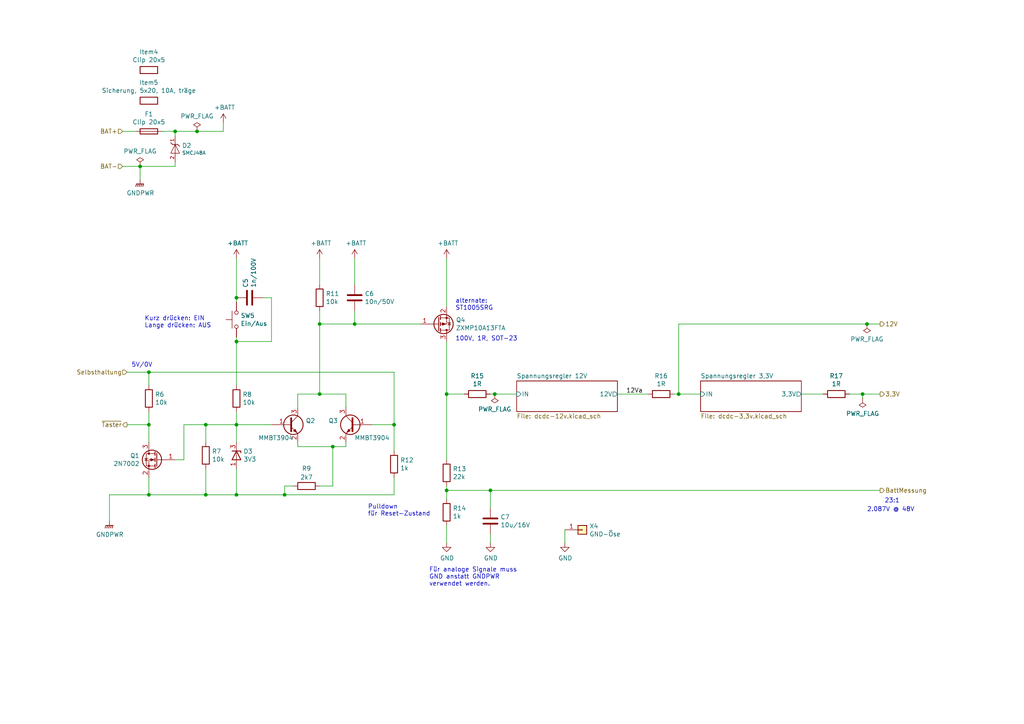
<source format=kicad_sch>
(kicad_sch (version 20211123) (generator eeschema)
  (paper "A4")
  (title_block (title "HTL Lötregler Mini") (date "2023-03-01") (rev "22.0.0") (company "HTL Steyr") (comment 1 "Prof. Karl Zeilhofer et al."))
  (lib_symbols
    (symbol "Connector_Generic:Conn_01x01" (pin_names (offset 1.016) hide)
      (property "Reference" "J" (at 0 2.54 0))
      (property "Value" "Conn_01x01" (at 0 -2.54 0))
      (symbol "Conn_01x01_1_1"
        (rectangle (start -1.27 0.127) (end 0 -0.127) (stroke (width 0.1524)))
        (rectangle (start -1.27 1.27) (end 1.27 -1.27) (stroke (width 0.254)) (fill (type background)))
        (pin passive line (at -5.08 0 0) (length 3.81) (name "Pin_1") (number "1"))
      )
    )
    (symbol "Device:C" (pin_numbers hide) (pin_names (offset 0.254))
      (property "Reference" "C" (at 0.635 2.54 0))
      (property "Value" "C" (at 0.635 -2.54 0))
      (symbol "C_0_1"
        (polyline (pts (xy -2.032 -0.762) (xy 2.032 -0.762)) (stroke (width 0.508)))
        (polyline (pts (xy -2.032 0.762) (xy 2.032 0.762)) (stroke (width 0.508)))
      )
      (symbol "C_1_1"
        (pin passive line (at 0 3.81 270) (length 2.794) (name "~") (number "1"))
        (pin passive line (at 0 -3.81 90) (length 2.794) (name "~") (number "2"))
      )
    )
    (symbol "Device:Fuse" (pin_numbers hide) (pin_names (offset 0))
      (property "Reference" "F" (at 2.032 0 90))
      (property "Value" "Fuse" (at -1.905 0 90))
      (symbol "Fuse_0_1"
        (rectangle (start -0.762 -2.54) (end 0.762 2.54) (stroke (width 0.254)))
        (polyline (pts (xy 0 2.54) (xy 0 -2.54)))
      )
      (symbol "Fuse_1_1"
        (pin passive line (at 0 3.81 270) (length 1.27) (name "~") (number "1"))
        (pin passive line (at 0 -3.81 90) (length 1.27) (name "~") (number "2"))
      )
    )
    (symbol "Device:R" (pin_numbers hide) (pin_names (offset 0))
      (property "Reference" "R" (at 2.032 0 90))
      (property "Value" "R" (at 0 0 90))
      (symbol "R_0_1"
        (rectangle (start -1.016 -2.54) (end 1.016 2.54) (stroke (width 0.254)))
      )
      (symbol "R_1_1"
        (pin passive line (at 0 3.81 270) (length 1.27) (name "~") (number "1"))
        (pin passive line (at 0 -3.81 90) (length 1.27) (name "~") (number "2"))
      )
    )
    (symbol "Switch:SW_Push" (pin_numbers hide) (pin_names (offset 1.016) hide)
      (property "Reference" "SW" (at 1.27 2.54 0))
      (property "Value" "SW_Push" (at 0 -1.524 0))
      (symbol "SW_Push_0_1"
        (circle (center -2.032 0) (radius 0.508))
        (polyline (pts (xy 0 1.27) (xy 0 3.048)))
        (polyline (pts (xy 2.54 1.27) (xy -2.54 1.27)))
        (circle (center 2.032 0) (radius 0.508))
        (pin passive line (at -5.08 0 0) (length 2.54) (name "1") (number "1"))
        (pin passive line (at 5.08 0 180) (length 2.54) (name "2") (number "2"))
      )
    )
    (symbol "Transistor_BJT:MMBT3904" (pin_names (offset 0) hide)
      (property "Reference" "Q" (at 5.08 1.905 0))
      (property "Value" "MMBT3904" (at 5.08 0 0))
      (symbol "MMBT3904_0_1"
        (polyline (pts (xy 0.635 0.635) (xy 2.54 2.54)))
        (polyline (pts (xy 0.635 -0.635) (xy 2.54 -2.54) (xy 2.54 -2.54)))
        (polyline (pts (xy 0.635 1.905) (xy 0.635 -1.905) (xy 0.635 -1.905)) (stroke (width 0.508)))
        (polyline (pts (xy 1.27 -1.778) (xy 1.778 -1.27) (xy 2.286 -2.286) (xy 1.27 -1.778) (xy 1.27 -1.778)) (fill (type outline)))
        (circle (center 1.27 0) (radius 2.8194) (stroke (width 0.254)))
      )
      (symbol "MMBT3904_1_1"
        (pin input line (at -5.08 0 0) (length 5.715) (name "B") (number "1"))
        (pin passive line (at 2.54 -5.08 90) (length 2.54) (name "E") (number "2"))
        (pin passive line (at 2.54 5.08 270) (length 2.54) (name "C") (number "3"))
      )
    )
    (symbol "Transistor_FET:2N7002" (pin_names hide)
      (property "Reference" "Q" (at 5.08 1.905 0))
      (property "Value" "2N7002" (at 5.08 0 0))
      (symbol "2N7002_0_1"
        (polyline (pts (xy 0.254 0) (xy -2.54 0)))
        (polyline (pts (xy 0.254 1.905) (xy 0.254 -1.905)) (stroke (width 0.254)))
        (polyline (pts (xy 0.762 -1.27) (xy 0.762 -2.286)) (stroke (width 0.254)))
        (polyline (pts (xy 0.762 0.508) (xy 0.762 -0.508)) (stroke (width 0.254)))
        (polyline (pts (xy 0.762 2.286) (xy 0.762 1.27)) (stroke (width 0.254)))
        (polyline (pts (xy 2.54 2.54) (xy 2.54 1.778)))
        (polyline (pts (xy 2.54 -2.54) (xy 2.54 0) (xy 0.762 0)))
        (polyline (pts (xy 0.762 -1.778) (xy 3.302 -1.778) (xy 3.302 1.778) (xy 0.762 1.778)))
        (polyline (pts (xy 1.016 0) (xy 2.032 0.381) (xy 2.032 -0.381) (xy 1.016 0)) (fill (type outline)))
        (polyline (pts (xy 2.794 0.508) (xy 2.921 0.381) (xy 3.683 0.381) (xy 3.81 0.254)))
        (polyline (pts (xy 3.302 0.381) (xy 2.921 -0.254) (xy 3.683 -0.254) (xy 3.302 0.381)))
        (circle (center 1.651 0) (radius 2.794) (stroke (width 0.254)))
        (circle (center 2.54 -1.778) (radius 0.254) (fill (type outline)))
        (circle (center 2.54 1.778) (radius 0.254) (fill (type outline)))
      )
      (symbol "2N7002_1_1"
        (pin input line (at -5.08 0 0) (length 2.54) (name "G") (number "1"))
        (pin passive line (at 2.54 -5.08 90) (length 2.54) (name "S") (number "2"))
        (pin passive line (at 2.54 5.08 270) (length 2.54) (name "D") (number "3"))
      )
    )
    (symbol "Transistor_FET:BSS84" (pin_names hide)
      (property "Reference" "Q" (at 5.08 1.905 0))
      (property "Value" "BSS84" (at 5.08 0 0))
      (symbol "BSS84_0_1"
        (polyline (pts (xy 0.254 0) (xy -2.54 0)))
        (polyline (pts (xy 0.254 1.905) (xy 0.254 -1.905)) (stroke (width 0.254)))
        (polyline (pts (xy 0.762 -1.27) (xy 0.762 -2.286)) (stroke (width 0.254)))
        (polyline (pts (xy 0.762 0.508) (xy 0.762 -0.508)) (stroke (width 0.254)))
        (polyline (pts (xy 0.762 2.286) (xy 0.762 1.27)) (stroke (width 0.254)))
        (polyline (pts (xy 2.54 2.54) (xy 2.54 1.778)))
        (polyline (pts (xy 2.54 -2.54) (xy 2.54 0) (xy 0.762 0)))
        (polyline (pts (xy 0.762 1.778) (xy 3.302 1.778) (xy 3.302 -1.778) (xy 0.762 -1.778)))
        (polyline (pts (xy 2.286 0) (xy 1.27 0.381) (xy 1.27 -0.381) (xy 2.286 0)) (fill (type outline)))
        (polyline (pts (xy 2.794 -0.508) (xy 2.921 -0.381) (xy 3.683 -0.381) (xy 3.81 -0.254)))
        (polyline (pts (xy 3.302 -0.381) (xy 2.921 0.254) (xy 3.683 0.254) (xy 3.302 -0.381)))
        (circle (center 1.651 0) (radius 2.794) (stroke (width 0.254)))
        (circle (center 2.54 -1.778) (radius 0.254) (fill (type outline)))
        (circle (center 2.54 1.778) (radius 0.254) (fill (type outline)))
      )
      (symbol "BSS84_1_1"
        (pin input line (at -5.08 0 0) (length 2.54) (name "G") (number "1"))
        (pin passive line (at 2.54 -5.08 90) (length 2.54) (name "S") (number "2"))
        (pin passive line (at 2.54 5.08 270) (length 2.54) (name "D") (number "3"))
      )
    )
    (symbol "htl_semiconductors:DiodeTVS" (pin_names (offset 1.016) hide)
      (property "Reference" "D" (at 0 2.54 0))
      (property "Value" "DiodeTVS" (at 0 -2.54 0))
      (symbol "DiodeTVS_0_1"
        (polyline (pts (xy 1.27 0) (xy -1.27 0)))
        (polyline (pts (xy -1.778 -1.27) (xy -1.27 -0.762) (xy -1.27 0.762) (xy -0.762 1.27) (xy -0.762 1.27)) (stroke (width 0.2032)))
        (polyline (pts (xy -1.27 0) (xy 1.27 -1.27) (xy 1.27 1.27) (xy -1.27 0) (xy -1.27 0)))
      )
      (symbol "DiodeTVS_1_1"
        (pin passive line (at -3.81 0 0) (length 2.54) (name "K") (number "1"))
        (pin passive line (at 3.81 0 180) (length 2.54) (name "A") (number "2"))
      )
    )
    (symbol "htl_virtual:Item" (pin_numbers hide) (pin_names (offset 0))
      (property "Reference" "Item" (at 0 2.032 0))
      (property "Value" "Item" (at 0 0 0))
      (symbol "Item_0_1"
        (rectangle (start 2.54 -1.016) (end -2.54 1.016) (stroke (width 0.254)))
      )
    )
    (symbol "jbc-miniregler-rescue:BZX84Cxx-htl_semiconductors" (pin_names (offset 1.016) hide)
      (property "Reference" "D" (at 0 2.54 0))
      (property "Value" "BZX84Cxx-htl_semiconductors" (at 0 -2.54 0))
      (symbol "BZX84Cxx-htl_semiconductors_0_1"
        (polyline (pts (xy 1.27 0) (xy -1.27 0)))
        (polyline (pts (xy -1.27 -1.27) (xy -1.27 1.27) (xy -0.762 1.27)) (stroke (width 0.254)))
        (polyline (pts (xy 1.27 -1.27) (xy 1.27 1.27) (xy -1.27 0) (xy 1.27 -1.27)) (stroke (width 0.254)))
      )
      (symbol "BZX84Cxx-htl_semiconductors_1_1"
        (pin passive line (at 3.81 0 180) (length 2.54) (name "A") (number "1"))
        (pin passive line (at -3.81 0 0) (length 2.54) (name "K") (number "3"))
      )
    )
    (symbol "power:+BATT" (power) (pin_names (offset 0))
      (property "Value" "+BATT" (at 0 3.556 0))
      (symbol "+BATT_0_1"
        (polyline (pts (xy -0.762 1.27) (xy 0 2.54)))
        (polyline (pts (xy 0 0) (xy 0 2.54)))
        (polyline (pts (xy 0 2.54) (xy 0.762 1.27)))
      )
      (symbol "+BATT_1_1"
        (pin power_in line (at 0 0 90) (length 0) hide (name "+BATT") (number "1"))
      )
    )
    (symbol "power:GND" (power) (pin_names (offset 0))
      (property "Value" "GND" (at 0 -3.81 0))
      (symbol "GND_0_1"
        (polyline (pts (xy 0 0) (xy 0 -1.27) (xy 1.27 -1.27) (xy 0 -2.54) (xy -1.27 -1.27) (xy 0 -1.27)))
      )
      (symbol "GND_1_1"
        (pin power_in line (at 0 0 270) (length 0) hide (name "GND") (number "1"))
      )
    )
    (symbol "power:GNDPWR" (power) (pin_names (offset 0))
      (property "Value" "GNDPWR" (at 0 -3.302 0))
      (symbol "GNDPWR_0_1"
        (polyline (pts (xy 0 -1.27) (xy 0 0)))
        (polyline (pts (xy -1.016 -1.27) (xy -1.27 -2.032) (xy -1.27 -2.032)) (stroke (width 0.2032)))
        (polyline (pts (xy -0.508 -1.27) (xy -0.762 -2.032) (xy -0.762 -2.032)) (stroke (width 0.2032)))
        (polyline (pts (xy 0 -1.27) (xy -0.254 -2.032) (xy -0.254 -2.032)) (stroke (width 0.2032)))
        (polyline (pts (xy 0.508 -1.27) (xy 0.254 -2.032) (xy 0.254 -2.032)) (stroke (width 0.2032)))
        (polyline (pts (xy 1.016 -1.27) (xy -1.016 -1.27) (xy -1.016 -1.27)) (stroke (width 0.2032)))
        (polyline (pts (xy 1.016 -1.27) (xy 0.762 -2.032) (xy 0.762 -2.032) (xy 0.762 -2.032)) (stroke (width 0.2032)))
      )
      (symbol "GNDPWR_1_1"
        (pin power_in line (at 0 0 270) (length 0) hide (name "GNDPWR") (number "1"))
      )
    )
    (symbol "power:PWR_FLAG" (power) (pin_numbers hide) (pin_names (offset 0) hide)
      (property "Value" "PWR_FLAG" (at 0 3.81 0))
      (symbol "PWR_FLAG_0_0"
        (pin power_out line (at 0 0 90) (length 0) (name "pwr") (number "1"))
      )
      (symbol "PWR_FLAG_0_1"
        (polyline (pts (xy 0 0) (xy 0 1.27) (xy -1.016 1.905) (xy 0 2.54) (xy 1.016 1.905) (xy 0 1.27)))
      )
    )
  )
  (junction (at 68.58 99.06))
  (junction (at 68.58 86.36))
  (junction (at 129.54 142.24))
  (junction (at 250.19 114.3))
  (junction (at 142.24 142.24))
  (junction (at 57.15 38.1))
  (junction (at 59.69 123.19))
  (junction (at 43.18 123.19))
  (junction (at 96.52 129.54))
  (junction (at 59.69 143.51))
  (junction (at 68.58 143.51))
  (junction (at 129.54 114.3))
  (junction (at 68.58 123.19))
  (junction (at 43.18 107.95))
  (junction (at 92.71 93.98))
  (junction (at 82.55 143.51))
  (junction (at 102.87 93.98))
  (junction (at 251.46 93.98))
  (junction (at 196.85 114.3))
  (junction (at 43.18 143.51))
  (junction (at 114.3 123.19))
  (junction (at 92.71 114.3))
  (junction (at 50.8 38.1))
  (junction (at 143.51 114.3))
  (junction (at 40.64 48.26))
  (wire (pts (xy 102.87 74.93) (xy 102.87 82.55)))
  (wire (pts (xy 50.8 133.35) (xy 53.34 133.35)))
  (wire (pts (xy 78.74 123.19) (xy 68.58 123.19)))
  (wire (pts (xy 50.8 46.99) (xy 50.8 48.26)))
  (wire (pts (xy 50.8 38.1) (xy 50.8 39.37)))
  (wire (pts (xy 31.75 151.13) (xy 31.75 143.51)))
  (wire (pts (xy 59.69 143.51) (xy 59.69 135.89)))
  (wire (pts (xy 40.64 48.26) (xy 50.8 48.26)))
  (wire (pts (xy 196.85 93.98) (xy 251.46 93.98)))
  (wire (pts (xy 43.18 119.38) (xy 43.18 123.19)))
  (wire (pts (xy 114.3 107.95) (xy 114.3 123.19)))
  (wire (pts (xy 36.83 107.95) (xy 43.18 107.95)))
  (wire (pts (xy 35.56 48.26) (xy 40.64 48.26)))
  (wire (pts (xy 142.24 114.3) (xy 143.51 114.3)))
  (wire (pts (xy 50.8 38.1) (xy 57.15 38.1)))
  (wire (pts (xy 92.71 140.97) (xy 96.52 140.97)))
  (wire (pts (xy 196.85 114.3) (xy 196.85 93.98)))
  (wire (pts (xy 43.18 138.43) (xy 43.18 143.51)))
  (wire (pts (xy 129.54 152.4) (xy 129.54 157.48)))
  (wire (pts (xy 92.71 74.93) (xy 92.71 82.55)))
  (wire (pts (xy 68.58 74.93) (xy 68.58 86.36)))
  (wire (pts (xy 250.19 114.3) (xy 250.19 115.57)))
  (wire (pts (xy 246.38 114.3) (xy 250.19 114.3)))
  (wire (pts (xy 68.58 123.19) (xy 68.58 128.27)))
  (wire (pts (xy 143.51 114.3) (xy 149.86 114.3)))
  (wire (pts (xy 59.69 123.19) (xy 68.58 123.19)))
  (wire (pts (xy 86.36 114.3) (xy 92.71 114.3)))
  (wire (pts (xy 43.18 123.19) (xy 36.83 123.19)))
  (wire (pts (xy 86.36 128.27) (xy 86.36 129.54)))
  (wire (pts (xy 68.58 119.38) (xy 68.58 123.19)))
  (wire (pts (xy 57.15 38.1) (xy 64.77 38.1)))
  (wire (pts (xy 35.56 38.1) (xy 39.37 38.1)))
  (wire (pts (xy 179.07 114.3) (xy 187.96 114.3)))
  (wire (pts (xy 102.87 93.98) (xy 92.71 93.98)))
  (wire (pts (xy 102.87 90.17) (xy 102.87 93.98)))
  (wire (pts (xy 68.58 143.51) (xy 82.55 143.51)))
  (wire (pts (xy 142.24 157.48) (xy 142.24 154.94)))
  (wire (pts (xy 43.18 111.76) (xy 43.18 107.95)))
  (wire (pts (xy 85.09 140.97) (xy 82.55 140.97)))
  (wire (pts (xy 92.71 93.98) (xy 92.71 90.17)))
  (wire (pts (xy 43.18 128.27) (xy 43.18 123.19)))
  (wire (pts (xy 53.34 133.35) (xy 53.34 123.19)))
  (wire (pts (xy 78.74 99.06) (xy 68.58 99.06)))
  (wire (pts (xy 92.71 114.3) (xy 92.71 93.98)))
  (wire (pts (xy 68.58 143.51) (xy 68.58 135.89)))
  (wire (pts (xy 121.92 93.98) (xy 102.87 93.98)))
  (wire (pts (xy 40.64 52.07) (xy 40.64 48.26)))
  (wire (pts (xy 59.69 143.51) (xy 68.58 143.51)))
  (wire (pts (xy 142.24 147.32) (xy 142.24 142.24)))
  (wire (pts (xy 129.54 133.35) (xy 129.54 114.3)))
  (wire (pts (xy 86.36 118.11) (xy 86.36 114.3)))
  (wire (pts (xy 250.19 114.3) (xy 255.27 114.3)))
  (wire (pts (xy 68.58 86.36) (xy 68.58 87.63)))
  (wire (pts (xy 53.34 123.19) (xy 59.69 123.19)))
  (wire (pts (xy 96.52 129.54) (xy 100.33 129.54)))
  (wire (pts (xy 129.54 140.97) (xy 129.54 142.24)))
  (wire (pts (xy 68.58 97.79) (xy 68.58 99.06)))
  (wire (pts (xy 129.54 88.9) (xy 129.54 74.93)))
  (wire (pts (xy 82.55 140.97) (xy 82.55 143.51)))
  (wire (pts (xy 64.77 38.1) (xy 64.77 35.56)))
  (wire (pts (xy 31.75 143.51) (xy 43.18 143.51)))
  (wire (pts (xy 68.58 99.06) (xy 68.58 111.76)))
  (wire (pts (xy 114.3 130.81) (xy 114.3 123.19)))
  (wire (pts (xy 96.52 140.97) (xy 96.52 129.54)))
  (wire (pts (xy 59.69 128.27) (xy 59.69 123.19)))
  (wire (pts (xy 251.46 93.98) (xy 255.27 93.98)))
  (wire (pts (xy 86.36 129.54) (xy 96.52 129.54)))
  (wire (pts (xy 129.54 142.24) (xy 142.24 142.24)))
  (wire (pts (xy 114.3 123.19) (xy 107.95 123.19)))
  (wire (pts (xy 92.71 114.3) (xy 100.33 114.3)))
  (wire (pts (xy 232.41 114.3) (xy 238.76 114.3)))
  (wire (pts (xy 82.55 143.51) (xy 114.3 143.51)))
  (wire (pts (xy 78.74 86.36) (xy 78.74 99.06)))
  (wire (pts (xy 43.18 107.95) (xy 114.3 107.95)))
  (wire (pts (xy 76.2 86.36) (xy 78.74 86.36)))
  (wire (pts (xy 114.3 143.51) (xy 114.3 138.43)))
  (wire (pts (xy 142.24 142.24) (xy 255.27 142.24)))
  (wire (pts (xy 163.83 153.67) (xy 163.83 157.48)))
  (wire (pts (xy 195.58 114.3) (xy 196.85 114.3)))
  (wire (pts (xy 100.33 114.3) (xy 100.33 118.11)))
  (wire (pts (xy 46.99 38.1) (xy 50.8 38.1)))
  (wire (pts (xy 129.54 99.06) (xy 129.54 114.3)))
  (wire (pts (xy 100.33 129.54) (xy 100.33 128.27)))
  (wire (pts (xy 129.54 142.24) (xy 129.54 144.78)))
  (wire (pts (xy 129.54 114.3) (xy 134.62 114.3)))
  (wire (pts (xy 196.85 114.3) (xy 203.2 114.3)))
  (wire (pts (xy 43.18 143.51) (xy 59.69 143.51)))
  (text "Pulldown\nfür Reset-Zustand" (at 106.68 149.86 0) (effects (font (size 1.27 1.27)) (justify left bottom)))
  (text "23:1" (at 256.54 146.05 0) (effects (font (size 1.27 1.27)) (justify left bottom)))
  (text "100V, 1R, SOT-23" (at 132.08 99.06 0) (effects (font (size 1.27 1.27)) (justify left bottom)))
  (text "2.087V @ 48V" (at 251.46 148.59 0) (effects (font (size 1.27 1.27)) (justify left bottom)))
  (text "Kurz drücken: EIN\nLange drücken: AUS" (at 41.91 95.25 0) (effects (font (size 1.27 1.27)) (justify left bottom)))
  (text "Für analoge Signale muss\nGND anstatt GNDPWR \nverwendet werden. " (at 124.46 170.18 0) (effects (font (size 1.27 1.27)) (justify left bottom)))
  (text "alternate: \nST1005SRG " (at 132.08 90.17 0) (effects (font (size 1.27 1.27)) (justify left bottom)))
  (text "5V/0V" (at 38.1 106.68 0) (effects (font (size 1.27 1.27)) (justify left bottom)))
  (label "12Va" (at 181.61 114.3 0))
  (hierarchical_label "~{Taster}" (shape output) (at 36.83 123.19 180))
  (hierarchical_label "BAT-" (shape input) (at 35.56 48.26 180))
  (hierarchical_label "3,3V" (shape output) (at 255.27 114.3 0))
  (hierarchical_label "12V" (shape output) (at 255.27 93.98 0))
  (hierarchical_label "BAT+" (shape input) (at 35.56 38.1 180))
  (hierarchical_label "Selbsthaltung" (shape input) (at 36.83 107.95 180))
  (hierarchical_label "BattMessung" (shape output) (at 255.27 142.24 0))
  (symbol (lib_id "Switch:SW_Push") (at 68.58 92.71 90) (unit 1)
    (property "Reference" "SW5" (at 69.7992 91.5416 90) (effects (justify right)))
    (property "Value" "Ein/Aus" (at 69.7992 93.853 90) (effects (justify right)))
    (property "Footprint" "htl_smd:SW_Push_5.1mm_H1.5mm" (effects hide))
    (property "Datasheet" "https://datasheet.lcsc.com/lcsc/2002271431_XKB-Connectivity-TS-1187A-B-A-B_C318884.pdf" (effects hide))
    (property "DistOrderNr" "C318884" (effects hide))
    (property "Distributor" "LCSC" (effects hide))
    (property "ManPartNr" "TS-1187A-B-A-B" (effects hide))
    (property "Manufacturer" "XKB Connectivity" (effects hide))
    (property "Notes" "SPST 50mA @ 12VDC Vertical Round Button 160gf SMD Tactile Switches" (effects hide))
    (property "PriceEUR" "0.01" (effects hide))
    (property "PriceForQty" "500" (effects hide))
  )
  (symbol (lib_id "Device:R") (at 68.58 115.57 0) (unit 1)
    (property "Reference" "R8" (at 70.358 114.4016 0) (effects (justify left)))
    (property "Value" "10k" (at 70.358 116.713 0) (effects (justify left)))
    (property "Footprint" "Resistor_SMD:R_1206_3216Metric" (effects hide))
    (property "Datasheet" "https://datasheet.lcsc.com/lcsc/1810301936_FH--Guangdong-Fenghua-Advanced-Tech-RS-06K103JT_C118075.pdf" (effects hide))
    (property "PriceEUR" "0.01" (effects hide))
    (property "DistOrderNr" "C118075" (effects hide))
    (property "Distributor" "LCSC" (effects hide))
    (property "Notes" "10kΩ ±5% 0.25W ±100ppm/℃ 3216 Chip Resistor" (effects hide))
    (property "ManPartNr" "RS-06K103JT" (effects hide))
    (property "Manufacturer" "FH (Guangdong Fenghua Advanced Tech)" (effects hide))
  )
  (symbol (lib_id "Device:R") (at 59.69 132.08 0) (unit 1)
    (property "Reference" "R7" (at 61.468 130.9116 0) (effects (justify left)))
    (property "Value" "10k" (at 61.468 133.223 0) (effects (justify left)))
    (property "Footprint" "Resistor_SMD:R_1206_3216Metric" (effects hide))
    (property "Datasheet" "https://datasheet.lcsc.com/lcsc/1810301936_FH--Guangdong-Fenghua-Advanced-Tech-RS-06K103JT_C118075.pdf" (effects hide))
    (property "PriceEUR" "0.01" (effects hide))
    (property "DistOrderNr" "C118075" (effects hide))
    (property "Distributor" "LCSC" (effects hide))
    (property "Notes" "10kΩ ±5% 0.25W ±100ppm/℃ 3216 Chip Resistor" (effects hide))
    (property "ManPartNr" "RS-06K103JT" (effects hide))
    (property "Manufacturer" "FH (Guangdong Fenghua Advanced Tech)" (effects hide))
  )
  (symbol (lib_id "jbc-miniregler-rescue:BZX84Cxx-htl_semiconductors") (at 68.58 132.08 270) (unit 1)
    (property "Reference" "D3" (at 70.5866 130.9116 90) (effects (justify left)))
    (property "Value" "3V3" (at 70.5866 133.223 90) (effects (justify left)))
    (property "Footprint" "Package_TO_SOT_SMD:SOT-23" (effects hide))
    (property "Datasheet" "https://diotec.com/tl_files/diotec/files/pdf/datasheets/bzx84c2v4.pdf" (effects hide))
    (property "DistOrderNr" "C550950" (effects hide))
    (property "Distributor" "LCSC" (effects hide))
    (property "Notes" "5μA@1V ±5% 250mW 3.3V SOT-23 Zener Diodes" (effects hide))
    (property "PriceEUR" "0.0312" (effects hide))
    (property "PriceForQty" "100" (effects hide))
    (property "ManPartNr" "BZX84-C3V3,235" (effects hide))
    (property "Manufacturer" "Nexperia" (effects hide))
  )
  (symbol (lib_id "Transistor_BJT:MMBT3904") (at 83.82 123.19 0) (unit 1)
    (property "Reference" "Q2" (at 88.6714 122.0216 0) (effects (justify left)))
    (property "Value" "MMBT3904" (at 74.93 127 0) (effects (justify left)))
    (property "Footprint" "Package_TO_SOT_SMD:SOT-23" (effects hide))
    (property "Datasheet" "https://www.fairchildsemi.com/datasheets/2N/2N3904.pdf" (effects hide))
    (property "DistOrderNr" "C382281" (effects hide))
    (property "Distributor" "LCSC" (effects hide))
    (property "PriceEUR" "0.0097" (effects hide))
    (property "PriceForQty" "50" (effects hide))
    (property "ManPartNr" "MMBT3904" (effects hide))
    (property "Manufacturer" "KEXIN" (effects hide))
    (property "Notes" "100nA 60V 200mW 200mA 100@10mA,1V 250MHz" (effects hide))
  )
  (symbol (lib_id "Transistor_BJT:MMBT3904") (at 102.87 123.19 0) (mirror y) (unit 1)
    (property "Reference" "Q3" (at 98.0186 122.0216 0) (effects (justify left)))
    (property "Value" "MMBT3904" (at 113.03 127 0) (effects (justify left)))
    (property "Footprint" "Package_TO_SOT_SMD:SOT-23" (effects hide))
    (property "Datasheet" "https://www.fairchildsemi.com/datasheets/2N/2N3904.pdf" (effects hide))
    (property "DistOrderNr" "C382281" (effects hide))
    (property "Distributor" "LCSC" (effects hide))
    (property "PriceEUR" "0.0097" (effects hide))
    (property "PriceForQty" "50" (effects hide))
    (property "ManPartNr" "MMBT3904" (effects hide))
    (property "Manufacturer" "KEXIN" (effects hide))
    (property "Notes" "100nA 60V 200mW 200mA 100@10mA,1V 250MHz" (effects hide))
  )
  (symbol (lib_id "Transistor_FET:BSS84") (at 127 93.98 0) (mirror x) (unit 1)
    (property "Reference" "Q4" (at 132.2324 92.8116 0) (effects (justify left)))
    (property "Value" "ZXMP10A13FTA" (at 132.2324 95.123 0) (effects (justify left)))
    (property "Footprint" "Package_TO_SOT_SMD:SOT-23" (effects hide))
    (property "Datasheet" "http://assets.nexperia.com/documents/data-sheet/BSS84.pdf" (effects hide))
    (property "DistOrderNr" "C50185" (effects hide))
    (property "Distributor" "LCSC" (effects hide))
    (property "ManPartNr" "ZXMP10A13FTA" (effects hide))
    (property "Manufacturer" "Diodes Incorporated" (effects hide))
    (property "Notes" "P-Channel -100V 600mA 4V @ 250uA 1Ω @ 600mA,10V 625mW SOT-23(SOT-23-3) MOSFET" (effects hide))
    (property "PriceEUR" "0.2191" (effects hide))
    (property "PriceForQty" "100" (effects hide))
  )
  (symbol (lib_id "Device:R") (at 92.71 86.36 0) (unit 1)
    (property "Reference" "R11" (at 94.488 85.1916 0) (effects (justify left)))
    (property "Value" "10k" (at 94.488 87.503 0) (effects (justify left)))
    (property "Footprint" "Resistor_SMD:R_1206_3216Metric" (effects hide))
    (property "Datasheet" "https://datasheet.lcsc.com/lcsc/1810301936_FH--Guangdong-Fenghua-Advanced-Tech-RS-06K103JT_C118075.pdf" (effects hide))
    (property "PriceEUR" "0.01" (effects hide))
    (property "DistOrderNr" "C118075" (effects hide))
    (property "Distributor" "LCSC" (effects hide))
    (property "Notes" "10kΩ ±5% 0.25W ±100ppm/℃ 3216 Chip Resistor" (effects hide))
    (property "ManPartNr" "RS-06K103JT" (effects hide))
    (property "Manufacturer" "FH (Guangdong Fenghua Advanced Tech)" (effects hide))
  )
  (symbol (lib_id "power:+BATT") (at 92.71 74.93 0) (unit 1)
    (property "Reference" "#PWR09" (effects hide))
    (property "Value" "+BATT" (at 93.091 70.5358 0))
  )
  (symbol (lib_id "power:+BATT") (at 129.54 74.93 0) (unit 1)
    (property "Reference" "#PWR011" (effects hide))
    (property "Value" "+BATT" (at 129.921 70.5358 0))
  )
  (symbol (lib_id "power:+BATT") (at 68.58 74.93 0) (unit 1)
    (property "Reference" "#PWR08" (effects hide))
    (property "Value" "+BATT" (at 68.961 70.5358 0))
  )
  (symbol (lib_id "Device:C") (at 102.87 86.36 0) (unit 1)
    (property "Reference" "C6" (at 105.791 85.1916 0) (effects (justify left)))
    (property "Value" "10n/50V" (at 105.791 87.503 0) (effects (justify left)))
    (property "Footprint" "Capacitor_SMD:C_1206_3216Metric" (effects hide))
    (property "Datasheet" "https://datasheet.lcsc.com/lcsc/2006031834_PSA-Prosperity-Dielectrics-FN31X103K500PXG_C525316.pdf" (effects hide))
    (property "DistOrderNr" "C525316" (effects hide))
    (property "Distributor" "LCSC" (effects hide))
    (property "ManPartNr" "FN31X103K500PXG" (effects hide))
    (property "Manufacturer" "PSA(Prosperity Dielectrics)" (effects hide))
    (property "Notes" "10nF ±10% 50V X7R  Multilayer Ceramic Capacitors MLCC" (effects hide))
    (property "PriceEUR" "0.0106" (effects hide))
    (property "PriceForQty" "500" (effects hide))
  )
  (symbol (lib_id "power:+BATT") (at 102.87 74.93 0) (unit 1)
    (property "Reference" "#PWR010" (effects hide))
    (property "Value" "+BATT" (at 103.251 70.5358 0))
  )
  (symbol (lib_id "Device:R") (at 114.3 134.62 0) (unit 1)
    (property "Reference" "R12" (at 116.078 133.4516 0) (effects (justify left)))
    (property "Value" "1k" (at 116.078 135.763 0) (effects (justify left)))
    (property "Footprint" "Resistor_SMD:R_1206_3216Metric" (effects hide))
    (property "Datasheet" "https://datasheet.lcsc.com/lcsc/1811081842_RALEC-RTT06102JTP_C104601.pdf" (effects hide))
    (property "PriceEUR" "0.0042" (effects hide))
    (property "DistOrderNr" "C104601" (effects hide))
    (property "Distributor" "LCSC" (effects hide))
    (property "ManPartNr" "RTT03101JTP" (effects hide))
    (property "Manufacturer" "Ralec" (effects hide))
    (property "Notes" "1kΩ ±5% 0.25W ±100ppm/℃ 1206 Chip Resistor" (effects hide))
    (property "PriceForQty" "50" (effects hide))
  )
  (symbol (lib_id "Device:Fuse") (at 43.18 38.1 270) (unit 1)
    (property "Reference" "F1" (at 43.18 33.0962 90))
    (property "Value" "Clip 20x5" (at 43.18 35.4076 90))
    (property "Footprint" "htl_mechanical:fuse-clip_20x5mm" (effects hide))
    (property "Datasheet" "https://datasheet.lcsc.com/lcsc/1808311724_Shenzhen-lanson-Elec-LS-502_C182320.pdf" (effects hide))
    (property "Distributor" "LCSC" (effects hide))
    (property "DistOrderNr" "C3130" (effects hide))
    (property "Notes" "Sicherungshalter, 2 Stück pro Sicherung" (effects hide))
    (property "ManPartNr" "LS-502" (effects hide))
    (property "Manufacturer" "Shenzhen lanson Elec" (effects hide))
    (property "PriceEUR" "0.0132" (effects hide))
    (property "PriceForQty" "200" (effects hide))
  )
  (symbol (lib_id "htl_semiconductors:DiodeTVS") (at 50.8 43.18 270) (unit 1)
    (property "Reference" "D2" (at 52.8066 42.2148 90) (effects (justify left)))
    (property "Value" "SMCJ48A" (at 52.8066 44.3484 90) (effects (font (size 1.016 1.016)) (justify left)))
    (property "Footprint" "Diode_SMD:D_SMC" (effects hide))
    (property "Datasheet" "https://datasheet.lcsc.com/lcsc/1912111437_Brightking-SMCJ48A-TR13_C310056.pdf" (effects hide))
    (property "Distributor" "LCSC" (effects hide))
    (property "DistOrderNr" "C310056" (effects hide))
    (property "PriceEUR" "0.12" (effects hide))
    (property "PriceForQty" "100" (effects hide))
    (property "Notes" "TVS-Diode, 1500W, 77.4V, 19.4A" (effects hide))
    (property "ManPartNr" "SMCJ48A/TR13" (effects hide))
    (property "Manufacturer" "Brightking" (effects hide))
  )
  (symbol (lib_id "htl_virtual:Item") (at 43.18 29.21 180) (unit 1)
    (property "Reference" "Item5" (at 43.18 23.9522 0))
    (property "Value" "Sicherung, 5x20, 10A, träge" (at 43.18 26.2636 0))
    (property "Footprint" "htl_virtual:Virtual-Item" (effects hide))
    (property "DistOrderNr" "C142673" (effects hide))
    (property "Distributor" "LCSC" (effects hide))
    (property "ManPartNr" "0618010.MXP" (effects hide))
    (property "Manufacturer" "Littelfuse" (effects hide))
    (property "Notes" "Glass Tube Fuse Delayed blow/Slow Blow 10A 250V Tube,5.2x20mm Cartridge Fuses" (effects hide))
    (property "PriceEUR" "0.0544" (effects hide))
    (property "PriceForQty" "100" (effects hide))
  )
  (symbol (lib_id "power:+BATT") (at 64.77 35.56 0) (unit 1)
    (property "Reference" "#PWR07" (effects hide))
    (property "Value" "+BATT" (at 65.151 31.1658 0))
  )
  (symbol (lib_id "power:PWR_FLAG") (at 57.15 38.1 0) (unit 1)
    (property "Reference" "#FLG02" (effects hide))
    (property "Value" "PWR_FLAG" (at 57.15 33.7058 0))
  )
  (symbol (lib_id "Transistor_FET:2N7002") (at 45.72 133.35 0) (mirror y) (unit 1)
    (property "Reference" "Q1" (at 40.4876 132.1816 0) (effects (justify left)))
    (property "Value" "2N7002" (at 40.4876 134.493 0) (effects (justify left)))
    (property "Footprint" "Package_TO_SOT_SMD:SOT-23" (effects hide))
    (property "Datasheet" "https://www.fairchildsemi.com/datasheets/2N/2N7002.pdf" (effects hide))
    (property "DistOrderNr" "C350313" (effects hide))
    (property "Distributor" "LCSC" (effects hide))
    (property "ManPartNr" "2N7002" (effects hide))
    (property "Manufacturer" "Guangdong Hottech" (effects hide))
    (property "Notes" "N-Channel 60V 115mA 2.5V @ 250uA 5Ω @ 500mA,10V 225mW SOT-23(SOT-23-3) MOSFET" (effects hide))
    (property "PriceEUR" "0.0122" (effects hide))
    (property "PriceForQty" "50" (effects hide))
  )
  (symbol (lib_id "power:GNDPWR") (at 40.64 52.07 0) (unit 1)
    (property "Reference" "#PWR06" (effects hide))
    (property "Value" "GNDPWR" (at 40.7416 55.9816 0))
  )
  (symbol (lib_id "power:GNDPWR") (at 31.75 151.13 0) (unit 1)
    (property "Reference" "#PWR05" (effects hide))
    (property "Value" "GNDPWR" (at 31.8516 155.0416 0))
  )
  (symbol (lib_id "Device:R") (at 191.77 114.3 270) (unit 1)
    (property "Reference" "R16" (at 191.77 109.0422 90))
    (property "Value" "1R" (at 191.77 111.3536 90))
    (property "Footprint" "Resistor_SMD:R_1206_3216Metric" (effects hide))
    (property "Datasheet" "https://datasheet.lcsc.com/lcsc/2206010145_UNI-ROYAL-Uniroyal-Elec-1206W4F100KT5E_C17928.pdf" (effects hide))
    (property "PriceEUR" "0.01" (effects hide))
    (property "DistOrderNr" "C17928" (effects hide))
    (property "Distributor" "LCSC" (effects hide))
    (property "ManPartNr" "1206W4F100KT5E" (effects hide))
    (property "Manufacturer" "Uni-Royale" (effects hide))
    (property "Notes" "250mW Thick Film Resistors 200V ±800ppm/℃ ±1%" (effects hide))
  )
  (symbol (lib_id "Device:R") (at 242.57 114.3 270) (unit 1)
    (property "Reference" "R17" (at 242.57 109.0422 90))
    (property "Value" "1R" (at 242.57 111.3536 90))
    (property "Footprint" "Resistor_SMD:R_1206_3216Metric" (effects hide))
    (property "Datasheet" "https://datasheet.lcsc.com/lcsc/2206010145_UNI-ROYAL-Uniroyal-Elec-1206W4F100KT5E_C17928.pdf" (effects hide))
    (property "PriceEUR" "0.01" (effects hide))
    (property "DistOrderNr" "C17928" (effects hide))
    (property "Distributor" "LCSC" (effects hide))
    (property "ManPartNr" "1206W4F100KT5E" (effects hide))
    (property "Manufacturer" "Uni-Royale" (effects hide))
    (property "Notes" "250mW Thick Film Resistors 200V ±800ppm/℃ ±1%" (effects hide))
  )
  (symbol (lib_id "Device:R") (at 129.54 137.16 0) (unit 1)
    (property "Reference" "R13" (at 131.318 135.9916 0) (effects (justify left)))
    (property "Value" "22k" (at 131.318 138.303 0) (effects (justify left)))
    (property "Footprint" "Resistor_SMD:R_1206_3216Metric" (effects hide))
    (property "PriceEUR" "0.01" (effects hide))
    (property "Distributor" "AufLager" (effects hide))
    (property "DistOrderNr" "R3216-22k" (effects hide))
  )
  (symbol (lib_id "Device:R") (at 129.54 148.59 0) (unit 1)
    (property "Reference" "R14" (at 131.318 147.4216 0) (effects (justify left)))
    (property "Value" "1k" (at 131.318 149.733 0) (effects (justify left)))
    (property "Footprint" "Resistor_SMD:R_1206_3216Metric" (effects hide))
    (property "Datasheet" "https://datasheet.lcsc.com/lcsc/1811081842_RALEC-RTT06102JTP_C104601.pdf" (effects hide))
    (property "PriceEUR" "0.0042" (effects hide))
    (property "DistOrderNr" "C104601" (effects hide))
    (property "Distributor" "LCSC" (effects hide))
    (property "ManPartNr" "RTT03101JTP" (effects hide))
    (property "Manufacturer" "Ralec" (effects hide))
    (property "Notes" "1kΩ ±5% 0.25W ±100ppm/℃ 1206 Chip Resistor" (effects hide))
    (property "PriceForQty" "50" (effects hide))
  )
  (symbol (lib_id "power:GND") (at 129.54 157.48 0) (unit 1)
    (property "Reference" "#PWR012" (effects hide))
    (property "Value" "GND" (at 129.667 161.8742 0))
  )
  (symbol (lib_id "Device:C") (at 142.24 151.13 0) (unit 1)
    (property "Reference" "C7" (at 145.161 149.9616 0) (effects (justify left)))
    (property "Value" "10u/16V" (at 145.161 152.273 0) (effects (justify left)))
    (property "Footprint" "Capacitor_SMD:C_1206_3216Metric" (effects hide))
    (property "Datasheet" "https://datasheet.lcsc.com/lcsc/1811151136_Samsung-Electro-Mechanics-CL31B106KOHNNNE_C47971.pdf" (effects hide))
    (property "DistOrderNr" "C47971" (effects hide))
    (property "Distributor" "LCSC" (effects hide))
    (property "ManPartNr" "CL31B106KOHNNNE" (effects hide))
    (property "Manufacturer" "Samsung Electro-Mechanics" (effects hide))
    (property "Notes" "10uF ±10% 16V X7R Multilayer Ceramic Capacitors MLCC" (effects hide))
    (property "PriceEUR" "0.0233" (effects hide))
    (property "PriceForQty" "100" (effects hide))
  )
  (symbol (lib_id "power:GND") (at 142.24 157.48 0) (unit 1)
    (property "Reference" "#PWR013" (effects hide))
    (property "Value" "GND" (at 142.367 161.8742 0))
  )
  (symbol (lib_id "Device:R") (at 43.18 115.57 0) (unit 1)
    (property "Reference" "R6" (at 44.958 114.4016 0) (effects (justify left)))
    (property "Value" "10k" (at 44.958 116.713 0) (effects (justify left)))
    (property "Footprint" "Resistor_SMD:R_1206_3216Metric" (effects hide))
    (property "Datasheet" "https://datasheet.lcsc.com/lcsc/1810301936_FH--Guangdong-Fenghua-Advanced-Tech-RS-06K103JT_C118075.pdf" (effects hide))
    (property "PriceEUR" "0.01" (effects hide))
    (property "DistOrderNr" "C118075" (effects hide))
    (property "Distributor" "LCSC" (effects hide))
    (property "Notes" "10kΩ ±5% 0.25W ±100ppm/℃ 3216 Chip Resistor" (effects hide))
    (property "ManPartNr" "RS-06K103JT" (effects hide))
    (property "Manufacturer" "FH (Guangdong Fenghua Advanced Tech)" (effects hide))
  )
  (symbol (lib_id "Device:C") (at 72.39 86.36 90) (unit 1)
    (property "Reference" "C5" (at 71.2216 83.439 0) (effects (justify left)))
    (property "Value" "1n/100V" (at 73.533 83.439 0) (effects (justify left)))
    (property "Footprint" "Capacitor_SMD:C_1206_3216Metric" (effects hide))
    (property "Datasheet" "https://datasheet.lcsc.com/lcsc/1912111437_IHHEC-HOLY-STONE-ENTERPRISE-CO---LTD-C1206X102K101T_C398254.pdf" (effects hide))
    (property "DistOrderNr" "C398254" (effects hide))
    (property "Distributor" "LCSC" (effects hide))
    (property "ManPartNr" "C1206X102K101T" (effects hide))
    (property "Manufacturer" "IHHEC(HOLY STONE ENTERPRISE CO., LTD)" (effects hide))
    (property "Notes" "1nF ±10% 100V X7R Multilayer Ceramic Capacitors MLCC" (effects hide))
    (property "PriceEUR" "0.0123" (effects hide))
    (property "PriceForQty" "50" (effects hide))
  )
  (symbol (lib_id "Device:R") (at 138.43 114.3 270) (unit 1)
    (property "Reference" "R15" (at 138.43 109.0422 90))
    (property "Value" "1R" (at 138.43 111.3536 90))
    (property "Footprint" "Resistor_SMD:R_1206_3216Metric" (effects hide))
    (property "Datasheet" "https://datasheet.lcsc.com/lcsc/2206010145_UNI-ROYAL-Uniroyal-Elec-1206W4F100KT5E_C17928.pdf" (effects hide))
    (property "PriceEUR" "0.01" (effects hide))
    (property "DistOrderNr" "C17928" (effects hide))
    (property "Distributor" "LCSC" (effects hide))
    (property "ManPartNr" "1206W4F100KT5E" (effects hide))
    (property "Manufacturer" "Uni-Royale" (effects hide))
    (property "Notes" "250mW Thick Film Resistors 200V ±800ppm/℃ ±1%" (effects hide))
  )
  (symbol (lib_id "htl_virtual:Item") (at 43.18 20.32 0) (unit 1)
    (property "Reference" "Item4" (at 43.18 15.0622 0))
    (property "Value" "Clip 20x5" (at 43.18 17.3736 0))
    (property "Footprint" "htl_virtual:Virtual-Item" (effects hide))
    (property "Distributor" "LCSC" (effects hide))
    (property "DistOrderNr" "C3130" (effects hide))
    (property "Notes" "Sicherungshalter, 2 Stück pro Sicherung" (effects hide))
    (property "ManPartNr" "LS-502" (effects hide))
    (property "Manufacturer" "Shenzhen lanson Elec" (effects hide))
    (property "PriceEUR" "0.0132" (effects hide))
    (property "PriceForQty" "200" (effects hide))
  )
  (symbol (lib_id "power:GND") (at 163.83 157.48 0) (unit 1)
    (property "Reference" "#PWR014" (effects hide))
    (property "Value" "GND" (at 163.957 161.8742 0))
  )
  (symbol (lib_id "Connector_Generic:Conn_01x01") (at 168.91 153.67 0) (unit 1)
    (property "Reference" "X4" (at 170.942 152.6032 0) (effects (justify left)))
    (property "Value" "GND-Öse" (at 170.942 154.9146 0) (effects (justify left)))
    (property "Footprint" "htl_smd:Keystone_5016" (effects hide))
    (property "Datasheet" "https://datasheet.lcsc.com/lcsc/1810151521_Keystone-5016_C238129.pdf" (effects hide))
    (property "DistOrderNr" "C238129" (effects hide))
    (property "Distributor" "LCSC" (effects hide))
    (property "ManPartNr" "5016" (effects hide))
    (property "Manufacturer" "Keystone" (effects hide))
    (property "Notes" "Test point/Test ring" (effects hide))
  )
  (symbol (lib_id "power:PWR_FLAG") (at 250.19 115.57 180) (unit 1)
    (property "Reference" "#FLG04" (effects hide))
    (property "Value" "PWR_FLAG" (at 250.19 119.9642 0))
  )
  (symbol (lib_id "power:PWR_FLAG") (at 40.64 48.26 0) (unit 1)
    (property "Reference" "#FLG01" (effects hide))
    (property "Value" "PWR_FLAG" (at 40.64 43.8658 0))
  )
  (symbol (lib_id "power:PWR_FLAG") (at 143.51 114.3 180) (unit 1)
    (property "Reference" "#FLG03" (effects hide))
    (property "Value" "PWR_FLAG" (at 143.51 118.6942 0))
  )
  (symbol (lib_id "power:PWR_FLAG") (at 251.46 93.98 180) (unit 1)
    (property "Reference" "#FLG05" (effects hide))
    (property "Value" "PWR_FLAG" (at 251.46 98.3742 0))
  )
  (symbol (lib_id "Device:R") (at 88.9 140.97 90) (unit 1)
    (property "Reference" "R9" (at 88.9 135.89 90))
    (property "Value" "2k7" (at 88.9 138.43 90))
    (property "Footprint" "Resistor_SMD:R_1206_3216Metric" (effects hide))
    (property "Datasheet" "https://datasheet.lcsc.com/lcsc/1810311325_FH--Guangdong-Fenghua-Advanced-Tech-RS-06K2701FT_C310343.pdf" (effects hide))
    (property "DistOrderNr" "C310343" (effects hide))
    (property "Distributor" "LCSC" (effects hide))
    (property "Notes" " 250mW 200V ±1% ±100ppm/℃ -55℃~+155℃ 2.7kΩ 1206 Chip Resistor" (effects hide))
    (property "PriceEUR" "0.0034" (effects hide))
    (property "PriceForQty" "100" (effects hide))
    (property "ManPartNr" "RS-06K2701FT" (effects hide))
    (property "Manufacturer" "FH (Guangdong Fenghua Advanced Tech)" (effects hide))
  )
  (sheet (at 149.86 110.49) (size 29.21 8.89)
    (property "Sheet name" "Spannungsregler 12V" (at 149.86 109.7784 0) (effects (justify left bottom)))
    (property "Sheet file" "dcdc-12v.kicad_sch" (at 149.86 119.9646 0) (effects (justify left top)))
    (pin "IN" input (at 149.86 114.3 180))
    (pin "12V" output (at 179.07 114.3 0))
  )
  (sheet (at 203.2 110.49) (size 29.21 8.89)
    (property "Sheet name" "Spannungsregler 3,3V" (at 203.2 109.7784 0) (effects (justify left bottom)))
    (property "Sheet file" "dcdc-3,3v.kicad_sch" (at 203.2 119.9646 0) (effects (justify left top)))
    (pin "IN" input (at 203.2 114.3 180))
    (pin "3,3V" output (at 232.41 114.3 0))
  )
)
</source>
